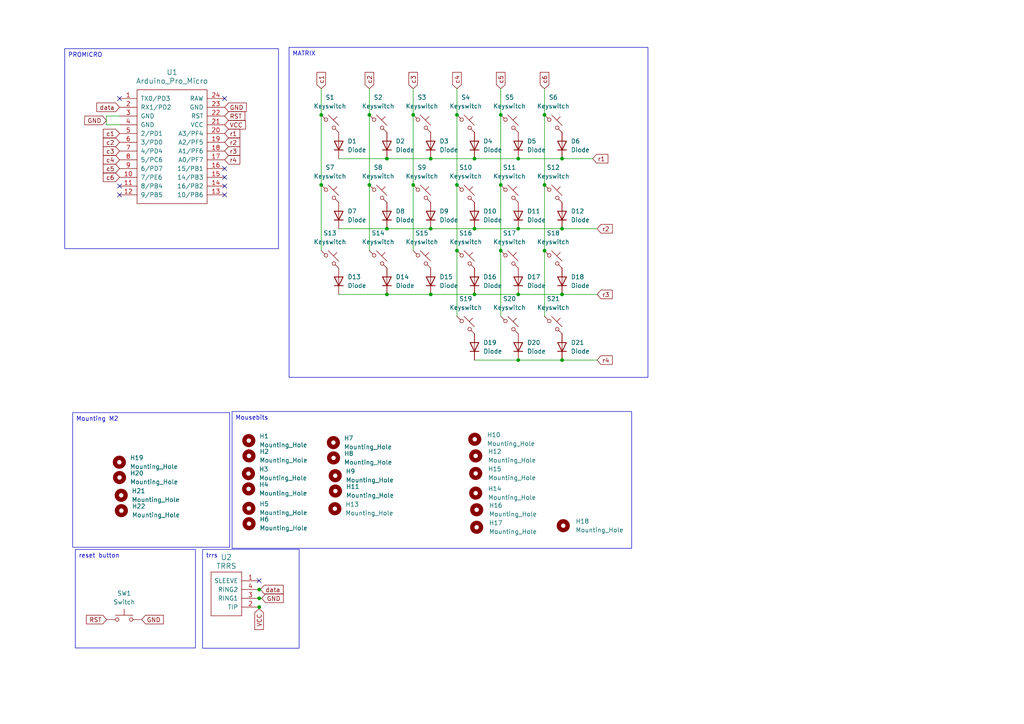
<source format=kicad_sch>
(kicad_sch (version 20230121) (generator eeschema)
  (paper "A4")
  (lib_symbols
    (symbol "ScottoKeebs:MCU_Arduino_Pro_Micro" (pin_names (offset 1.016))
      (property "Reference" "U" (at 0 0 0))
      (property "Value" "Arduino_Pro_Micro" (at 0 -19.05 0))
      (symbol "MCU_Arduino_Pro_Micro_0_1"
        (rectangle (start -10.16 16.51) (end 10.16 -16.51))
      )
      (symbol "MCU_Arduino_Pro_Micro_1_1"
        (pin input line (at -15.24 13.97 0) (length 5.08) (name "TX0/PD3") (number "1"))
        (pin input line (at -15.24 -8.89 0) (length 5.08) (name "7/PE6") (number "10"))
        (pin input line (at -15.24 -11.43 0) (length 5.08) (name "8/PB4") (number "11"))
        (pin input line (at -15.24 -13.97 0) (length 5.08) (name "9/PB5") (number "12"))
        (pin input line (at 15.24 -13.97 180) (length 5.08) (name "10/PB6") (number "13"))
        (pin input line (at 15.24 -11.43 180) (length 5.08) (name "16/PB2") (number "14"))
        (pin input line (at 15.24 -8.89 180) (length 5.08) (name "14/PB3") (number "15"))
        (pin input line (at 15.24 -6.35 180) (length 5.08) (name "15/PB1") (number "16"))
        (pin input line (at 15.24 -3.81 180) (length 5.08) (name "A0/PF7") (number "17"))
        (pin input line (at 15.24 -1.27 180) (length 5.08) (name "A1/PF6") (number "18"))
        (pin input line (at 15.24 1.27 180) (length 5.08) (name "A2/PF5") (number "19"))
        (pin input line (at -15.24 11.43 0) (length 5.08) (name "RX1/PD2") (number "2"))
        (pin input line (at 15.24 3.81 180) (length 5.08) (name "A3/PF4") (number "20"))
        (pin input line (at 15.24 6.35 180) (length 5.08) (name "VCC") (number "21"))
        (pin input line (at 15.24 8.89 180) (length 5.08) (name "RST") (number "22"))
        (pin input line (at 15.24 11.43 180) (length 5.08) (name "GND") (number "23"))
        (pin input line (at 15.24 13.97 180) (length 5.08) (name "RAW") (number "24"))
        (pin input line (at -15.24 8.89 0) (length 5.08) (name "GND") (number "3"))
        (pin input line (at -15.24 6.35 0) (length 5.08) (name "GND") (number "4"))
        (pin input line (at -15.24 3.81 0) (length 5.08) (name "2/PD1") (number "5"))
        (pin input line (at -15.24 1.27 0) (length 5.08) (name "3/PD0") (number "6"))
        (pin input line (at -15.24 -1.27 0) (length 5.08) (name "4/PD4") (number "7"))
        (pin input line (at -15.24 -3.81 0) (length 5.08) (name "5/PC6") (number "8"))
        (pin input line (at -15.24 -6.35 0) (length 5.08) (name "6/PD7") (number "9"))
      )
    )
    (symbol "ScottoKeebs:Placeholder_Diode" (pin_numbers hide) (pin_names hide)
      (property "Reference" "D" (at 0 2.54 0))
      (property "Value" "Diode" (at 0 -2.54 0))
      (symbol "Placeholder_Diode_0_1"
        (polyline (pts (xy -1.27 1.27) (xy -1.27 -1.27)) (stroke (width 0.254)))
        (polyline (pts (xy 1.27 0) (xy -1.27 0)))
        (polyline (pts (xy 1.27 1.27) (xy 1.27 -1.27) (xy -1.27 0) (xy 1.27 1.27)) (stroke (width 0.254)))
      )
      (symbol "Placeholder_Diode_1_1"
        (pin passive line (at -3.81 0 0) (length 2.54) (name "K") (number "1"))
        (pin passive line (at 3.81 0 180) (length 2.54) (name "A") (number "2"))
      )
    )
    (symbol "ScottoKeebs:Placeholder_Keyswitch" (pin_numbers hide) (pin_names (offset 1.016) hide)
      (property "Reference" "S" (at 3.048 1.016 0))
      (property "Value" "Keyswitch" (at 0 -3.81 0))
      (symbol "Placeholder_Keyswitch_0_1"
        (circle (center -1.1684 1.1684) (radius 0.508))
        (polyline (pts (xy -0.508 2.54) (xy 2.54 -0.508)))
        (polyline (pts (xy 1.016 1.016) (xy 2.032 2.032)))
        (polyline (pts (xy -2.54 2.54) (xy -1.524 1.524) (xy -1.524 1.524)))
        (polyline (pts (xy 1.524 -1.524) (xy 2.54 -2.54) (xy 2.54 -2.54) (xy 2.54 -2.54)))
        (circle (center 1.143 -1.1938) (radius 0.508))
        (pin passive line (at -2.54 2.54 0) (length 0) (name "1") (number "1"))
        (pin passive line (at 2.54 -2.54 180) (length 0) (name "2") (number "2"))
      )
    )
    (symbol "ScottoKeebs:Placeholder_Mounting_Hole" (pin_names (offset 1.016))
      (property "Reference" "H" (at 0 5.08 0))
      (property "Value" "Mounting_Hole" (at 0 3.175 0))
      (symbol "Placeholder_Mounting_Hole_0_1"
        (circle (center 0 0) (radius 1.27) (stroke (width 1.27)))
      )
    )
    (symbol "ScottoKeebs:Placeholder_Switch" (pin_numbers hide) (pin_names (offset 1.016) hide)
      (property "Reference" "SW" (at 1.27 2.54 0))
      (property "Value" "Switch" (at 0 -1.524 0))
      (symbol "Placeholder_Switch_0_1"
        (circle (center -2.032 0) (radius 0.508))
        (polyline (pts (xy 0 1.27) (xy 0 3.048)))
        (polyline (pts (xy 2.54 1.27) (xy -2.54 1.27)))
        (circle (center 2.032 0) (radius 0.508))
        (pin passive line (at -5.08 0 0) (length 2.54) (name "1") (number "1"))
        (pin passive line (at 5.08 0 180) (length 2.54) (name "2") (number "2"))
      )
    )
    (symbol "ScottoKeebs:Placeholder_TRRS" (pin_names (offset 1.016))
      (property "Reference" "U" (at 0 15.24 0))
      (property "Value" "TRRS" (at 0 -2.54 0))
      (symbol "Placeholder_TRRS_0_1"
        (rectangle (start -3.81 0) (end -3.81 12.7))
        (rectangle (start -3.81 0) (end 5.08 0))
        (rectangle (start -3.81 12.7) (end 5.08 12.7))
        (rectangle (start 5.08 12.7) (end 5.08 0))
      )
      (symbol "Placeholder_TRRS_1_1"
        (pin input line (at -8.89 2.54 0) (length 5.08) (name "SLEEVE") (number "1"))
        (pin input line (at -8.89 10.16 0) (length 5.08) (name "TIP") (number "2"))
        (pin input line (at -8.89 7.62 0) (length 5.08) (name "RING1") (number "3"))
        (pin input line (at -8.89 5.08 0) (length 5.08) (name "RING2") (number "4"))
      )
    )
  )
  (junction (at 132.5372 33.3248))
  (junction (at 107.1372 33.3248))
  (junction (at 163.0172 104.4448))
  (junction (at 137.6172 66.3448))
  (junction (at 112.2172 85.3948))
  (junction (at 145.2372 53.6448))
  (junction (at 145.2372 33.3248))
  (junction (at 119.8372 53.6448))
  (junction (at 150.3172 66.3448))
  (junction (at 150.3172 46.0248))
  (junction (at 157.9372 72.6948))
  (junction (at 107.1372 53.6448))
  (junction (at 163.0172 66.3448))
  (junction (at 137.6172 85.3948))
  (junction (at 145.2372 72.6948))
  (junction (at 157.9372 33.3248))
  (junction (at 75.184 176.0728))
  (junction (at 119.8372 33.3248))
  (junction (at 132.5372 53.6448))
  (junction (at 137.6172 46.0248))
  (junction (at 163.0172 85.3948))
  (junction (at 163.0172 46.0248))
  (junction (at 124.9172 46.0248))
  (junction (at 112.2172 46.0248))
  (junction (at 150.3172 85.3948))
  (junction (at 75.184 170.9928))
  (junction (at 157.9372 53.6448))
  (junction (at 93.1672 33.3248))
  (junction (at 150.3172 104.4448))
  (junction (at 132.5372 72.6948))
  (junction (at 124.9172 85.3948))
  (junction (at 124.9172 66.3448))
  (junction (at 75.184 173.5328))
  (junction (at 112.2172 66.3448))
  (junction (at 93.1672 53.6448))
  (no_connect (at 65.151 51.435))
  (no_connect (at 65.151 56.515))
  (no_connect (at 75.1586 168.4274))
  (no_connect (at 65.151 28.575))
  (no_connect (at 34.671 28.575))
  (no_connect (at 34.671 56.515))
  (no_connect (at 65.151 53.975))
  (no_connect (at 34.671 53.975))
  (no_connect (at 65.151 48.895))
  (wire (pts (xy 163.0172 66.3448) (xy 173.1772 66.3448)))
  (wire (pts (xy 145.2372 72.6948) (xy 145.2372 91.7448)))
  (wire (pts (xy 112.2172 46.0248) (xy 124.9172 46.0248)))
  (wire (pts (xy 107.1372 25.7048) (xy 107.1372 33.3248)))
  (wire (pts (xy 75.184 170.9928) (xy 75.565 170.9928)))
  (wire (pts (xy 75.184 176.0728) (xy 75.184 176.5554)))
  (wire (pts (xy 75.1332 173.5328) (xy 75.184 173.5328)))
  (wire (pts (xy 98.2472 66.3448) (xy 112.2172 66.3448)))
  (wire (pts (xy 93.1672 25.7048) (xy 93.1672 33.3248)))
  (wire (pts (xy 132.5372 72.6948) (xy 132.5372 91.7448)))
  (wire (pts (xy 30.861 33.655) (xy 30.861 36.195)))
  (wire (pts (xy 75.184 176.0474) (xy 75.184 176.0728)))
  (wire (pts (xy 132.5372 53.6448) (xy 132.5372 72.6948)))
  (wire (pts (xy 145.2372 53.6448) (xy 145.2372 72.6948)))
  (wire (pts (xy 98.2472 85.3948) (xy 112.2172 85.3948)))
  (wire (pts (xy 119.8372 25.7048) (xy 119.8372 33.3248)))
  (wire (pts (xy 157.9372 25.7048) (xy 157.9372 33.3248)))
  (wire (pts (xy 137.6172 46.0248) (xy 150.3172 46.0248)))
  (wire (pts (xy 124.9172 66.3448) (xy 137.6172 66.3448)))
  (wire (pts (xy 150.3172 46.0248) (xy 163.0172 46.0248)))
  (wire (pts (xy 150.3172 104.4448) (xy 163.0172 104.4448)))
  (wire (pts (xy 132.5372 25.7048) (xy 132.5372 33.3248)))
  (wire (pts (xy 157.9372 53.6448) (xy 157.9372 72.6948)))
  (wire (pts (xy 124.9172 46.0248) (xy 137.6172 46.0248)))
  (wire (pts (xy 75.184 176.5554) (xy 75.1586 176.5554)))
  (wire (pts (xy 75.1586 170.9928) (xy 75.184 170.9928)))
  (wire (pts (xy 75.565 170.9928) (xy 75.565 170.9674)))
  (wire (pts (xy 34.671 33.655) (xy 30.861 33.655)))
  (wire (pts (xy 145.2372 25.7048) (xy 145.2372 33.3248)))
  (wire (pts (xy 107.1372 53.6448) (xy 107.1372 72.6948)))
  (wire (pts (xy 132.5372 33.3248) (xy 132.5372 53.6448)))
  (wire (pts (xy 34.671 36.195) (xy 30.861 36.195)))
  (wire (pts (xy 124.9172 85.3948) (xy 137.6172 85.3948)))
  (wire (pts (xy 137.6172 85.3948) (xy 150.3172 85.3948)))
  (wire (pts (xy 75.5396 170.9674) (xy 75.565 170.9674)))
  (wire (pts (xy 163.0172 46.0248) (xy 171.9072 46.0248)))
  (wire (pts (xy 112.2172 66.3448) (xy 124.9172 66.3448)))
  (wire (pts (xy 93.1672 33.3248) (xy 93.1672 53.6448)))
  (wire (pts (xy 75.184 173.5328) (xy 75.8952 173.5328)))
  (wire (pts (xy 150.3172 66.3448) (xy 163.0172 66.3448)))
  (wire (pts (xy 98.2472 46.0248) (xy 112.2172 46.0248)))
  (wire (pts (xy 93.1672 53.6448) (xy 93.1672 72.6948)))
  (wire (pts (xy 163.0172 104.4448) (xy 173.1772 104.4448)))
  (wire (pts (xy 119.8372 53.6448) (xy 119.8372 72.6948)))
  (wire (pts (xy 157.9372 72.6948) (xy 157.9372 91.7448)))
  (wire (pts (xy 157.9372 33.3248) (xy 157.9372 53.6448)))
  (wire (pts (xy 107.1372 33.3248) (xy 107.1372 53.6448)))
  (wire (pts (xy 163.0172 85.3948) (xy 173.1772 85.3948)))
  (wire (pts (xy 137.6172 104.4448) (xy 150.3172 104.4448)))
  (wire (pts (xy 119.8372 33.3248) (xy 119.8372 53.6448)))
  (wire (pts (xy 137.6172 66.3448) (xy 150.3172 66.3448)))
  (wire (pts (xy 112.2172 85.3948) (xy 124.9172 85.3948)))
  (wire (pts (xy 150.3172 85.3948) (xy 163.0172 85.3948)))
  (wire (pts (xy 145.2372 33.3248) (xy 145.2372 53.6448)))
  (text_box "trrs\n" (at 58.7502 159.3342 0) (size 28.0162 28.6766) (effects (font (size 1.27 1.27)) (justify left top)))
  (text_box "PROMICRO\n" (at 18.7706 14.1224 0) (size 62.0014 57.9882) (effects (font (size 1.27 1.27)) (justify left top)))
  (text_box "Mousebits\n" (at 67.31 119.3546 0) (size 115.9002 39.6748) (effects (font (size 1.27 1.27)) (justify left top)))
  (text_box "reset button\n" (at 21.844 159.3596 0) (size 34.8488 28.575) (effects (font (size 1.27 1.27)) (justify left top)))
  (text_box "MATRIX\n" (at 83.8454 13.7414 0) (size 104.0892 95.7072) (effects (font (size 1.27 1.27)) (justify left top)))
  (text_box "Mounting M2\n" (at 21.082 119.6848 0) (size 45.5422 39.0398) (effects (font (size 1.27 1.27)) (justify left top)))
  (global_label "VCC" (shape input) (at 75.1586 176.5554 270) (property "Intersheetrefs" "${INTERSHEET_REFS}" (effects hide)))
  (global_label "r2" (shape input) (at 65.151 41.275 0) (property "Intersheetrefs" "${INTERSHEET_REFS}" (effects hide)))
  (global_label "RST" (shape input) (at 30.9372 179.705 180) (property "Intersheetrefs" "${INTERSHEET_REFS}" (effects hide)))
  (global_label "r1" (shape input) (at 171.9072 46.0248 0) (property "Intersheetrefs" "${INTERSHEET_REFS}" (effects hide)))
  (global_label "c6" (shape input) (at 157.9372 25.7048 90) (property "Intersheetrefs" "${INTERSHEET_REFS}" (effects hide)))
  (global_label "RST" (shape input) (at 65.151 33.655 0) (property "Intersheetrefs" "${INTERSHEET_REFS}" (effects hide)))
  (global_label "c1" (shape input) (at 93.1672 25.7048 90) (property "Intersheetrefs" "${INTERSHEET_REFS}" (effects hide)))
  (global_label "r4" (shape input) (at 173.1772 104.4448 0) (property "Intersheetrefs" "${INTERSHEET_REFS}" (effects hide)))
  (global_label "data" (shape input) (at 75.5396 170.9928 0) (property "Intersheetrefs" "${INTERSHEET_REFS}" (effects hide)))
  (global_label "GND" (shape input) (at 30.861 34.925 180) (property "Intersheetrefs" "${INTERSHEET_REFS}" (effects hide)))
  (global_label "c6" (shape input) (at 34.671 51.435 180) (property "Intersheetrefs" "${INTERSHEET_REFS}" (effects hide)))
  (global_label "c4" (shape input) (at 34.671 46.355 180) (property "Intersheetrefs" "${INTERSHEET_REFS}" (effects hide)))
  (global_label "r4" (shape input) (at 65.151 46.355 0) (property "Intersheetrefs" "${INTERSHEET_REFS}" (effects hide)))
  (global_label "r3" (shape input) (at 65.151 43.815 0) (property "Intersheetrefs" "${INTERSHEET_REFS}" (effects hide)))
  (global_label "VCC" (shape input) (at 65.151 36.195 0) (property "Intersheetrefs" "${INTERSHEET_REFS}" (effects hide)))
  (global_label "GND" (shape input) (at 41.0972 179.705 0) (property "Intersheetrefs" "${INTERSHEET_REFS}" (effects hide)))
  (global_label "r2" (shape input) (at 173.1772 66.3448 0) (property "Intersheetrefs" "${INTERSHEET_REFS}" (effects hide)))
  (global_label "c3" (shape input) (at 119.8372 25.7048 90) (property "Intersheetrefs" "${INTERSHEET_REFS}" (effects hide)))
  (global_label "c2" (shape input) (at 34.671 41.275 180) (property "Intersheetrefs" "${INTERSHEET_REFS}" (effects hide)))
  (global_label "c3" (shape input) (at 34.671 43.815 180) (property "Intersheetrefs" "${INTERSHEET_REFS}" (effects hide)))
  (global_label "c5" (shape input) (at 34.671 48.895 180) (property "Intersheetrefs" "${INTERSHEET_REFS}" (effects hide)))
  (global_label "r1" (shape input) (at 65.151 38.735 0) (property "Intersheetrefs" "${INTERSHEET_REFS}" (effects hide)))
  (global_label "r3" (shape input) (at 173.1772 85.3948 0) (property "Intersheetrefs" "${INTERSHEET_REFS}" (effects hide)))
  (global_label "GND" (shape input) (at 75.8952 173.5328 0) (property "Intersheetrefs" "${INTERSHEET_REFS}" (effects hide)))
  (global_label "c5" (shape input) (at 145.2372 25.7048 90) (property "Intersheetrefs" "${INTERSHEET_REFS}" (effects hide)))
  (global_label "c2" (shape input) (at 107.1372 25.7048 90) (property "Intersheetrefs" "${INTERSHEET_REFS}" (effects hide)))
  (global_label "c4" (shape input) (at 132.5372 25.7048 90) (property "Intersheetrefs" "${INTERSHEET_REFS}" (effects hide)))
  (global_label "c1" (shape input) (at 34.671 38.735 180) (property "Intersheetrefs" "${INTERSHEET_REFS}" (effects hide)))
  (global_label "data" (shape input) (at 34.671 31.115 180) (property "Intersheetrefs" "${INTERSHEET_REFS}" (effects hide)))
  (global_label "GND" (shape input) (at 65.151 31.115 0) (property "Intersheetrefs" "${INTERSHEET_REFS}" (effects hide)))
  (symbol (lib_id "ScottoKeebs:Placeholder_Diode") (at 163.0172 81.5848 90) (unit 1)
    (property "Reference" "D18" (at 165.5572 80.3148 90) (effects (justify right)))
    (property "Value" "Diode" (at 165.5572 82.8548 90) (effects (justify right)))
    (property "Footprint" "swoop:D3_SMD" (effects hide))
    (property "Sim.Device" "D" (effects hide))
    (property "Sim.Pins" "1=K 2=A" (effects hide))
  )
  (symbol (lib_id "ScottoKeebs:Placeholder_Keyswitch") (at 109.6772 56.1848 0) (unit 1)
    (property "Reference" "S8" (at 109.6772 48.5648 0))
    (property "Value" "Keyswitch" (at 109.6772 51.1048 0))
    (property "Footprint" "haf:Choc" (effects hide))
  )
  (symbol (lib_id "ScottoKeebs:Placeholder_Diode") (at 112.2172 62.5348 90) (unit 1)
    (property "Reference" "D8" (at 114.7572 61.2648 90) (effects (justify right)))
    (property "Value" "Diode" (at 114.7572 63.8048 90) (effects (justify right)))
    (property "Footprint" "swoop:D3_SMD" (effects hide))
    (property "Sim.Device" "D" (effects hide))
    (property "Sim.Pins" "1=K 2=A" (effects hide))
  )
  (symbol (lib_id "ScottoKeebs:Placeholder_Keyswitch") (at 109.6772 75.2348 0) (unit 1)
    (property "Reference" "S14" (at 109.6772 67.6148 0))
    (property "Value" "Keyswitch" (at 109.6772 70.1548 0))
    (property "Footprint" "haf:Choc" (effects hide))
  )
  (symbol (lib_id "ScottoKeebs:Placeholder_Keyswitch") (at 122.3772 75.2348 0) (unit 1)
    (property "Reference" "S15" (at 122.3772 67.6148 0))
    (property "Value" "Keyswitch" (at 122.3772 70.1548 0))
    (property "Footprint" "haf:Choc" (effects hide))
  )
  (symbol (lib_id "ScottoKeebs:Placeholder_Diode") (at 150.3172 42.2148 90) (unit 1)
    (property "Reference" "D5" (at 152.8572 40.9448 90) (effects (justify right)))
    (property "Value" "Diode" (at 152.8572 43.4848 90) (effects (justify right)))
    (property "Footprint" "swoop:D3_SMD" (effects hide))
    (property "Sim.Device" "D" (effects hide))
    (property "Sim.Pins" "1=K 2=A" (effects hide))
  )
  (symbol (lib_id "ScottoKeebs:Placeholder_Keyswitch") (at 109.6772 35.8648 0) (unit 1)
    (property "Reference" "S2" (at 109.6772 28.2448 0))
    (property "Value" "Keyswitch" (at 109.6772 30.7848 0))
    (property "Footprint" "haf:Choc" (effects hide))
  )
  (symbol (lib_id "ScottoKeebs:Placeholder_Diode") (at 124.9172 42.2148 90) (unit 1)
    (property "Reference" "D3" (at 127.4572 40.9448 90) (effects (justify right)))
    (property "Value" "Diode" (at 127.4572 43.4848 90) (effects (justify right)))
    (property "Footprint" "swoop:D3_SMD" (effects hide))
    (property "Sim.Device" "D" (effects hide))
    (property "Sim.Pins" "1=K 2=A" (effects hide))
  )
  (symbol (lib_id "ScottoKeebs:Placeholder_Diode") (at 137.6172 100.6348 90) (unit 1)
    (property "Reference" "D19" (at 140.1572 99.3648 90) (effects (justify right)))
    (property "Value" "Diode" (at 140.1572 101.9048 90) (effects (justify right)))
    (property "Footprint" "swoop:D3_SMD" (effects hide))
    (property "Sim.Device" "D" (effects hide))
    (property "Sim.Pins" "1=K 2=A" (effects hide))
  )
  (symbol (lib_id "ScottoKeebs:MCU_Arduino_Pro_Micro") (at 49.911 42.545 0) (unit 1)
    (property "Reference" "U1" (at 49.911 20.955 0) (effects (font (size 1.524 1.524))))
    (property "Value" "Arduino_Pro_Micro" (at 49.911 23.495 0) (effects (font (size 1.524 1.524))))
    (property "Footprint" "lily:ProMicro_rev2" (effects hide))
  )
  (symbol (lib_id "ScottoKeebs:Placeholder_Mounting_Hole") (at 34.671 138.5062 0) (unit 1)
    (property "Reference" "H20" (at 37.719 137.2362 0) (effects (justify left)))
    (property "Value" "Mounting_Hole" (at 37.719 139.7762 0) (effects (justify left)))
    (property "Footprint" "kbd:M2_HOLE_v3" (effects hide))
  )
  (symbol (lib_id "ScottoKeebs:Placeholder_Mounting_Hole") (at 72.0598 137.3632 0) (unit 1)
    (property "Reference" "H3" (at 75.1078 136.0932 0) (effects (justify left)))
    (property "Value" "Mounting_Hole" (at 75.1078 138.6332 0) (effects (justify left)))
    (property "Footprint" "Keebio-Parts:breakaway-hole" (effects hide))
  )
  (symbol (lib_id "ScottoKeebs:Placeholder_Diode") (at 98.2472 81.5848 90) (unit 1)
    (property "Reference" "D13" (at 100.7872 80.3148 90) (effects (justify right)))
    (property "Value" "Diode" (at 100.7872 82.8548 90) (effects (justify right)))
    (property "Footprint" "swoop:D3_SMD" (effects hide))
    (property "Sim.Device" "D" (effects hide))
    (property "Sim.Pins" "1=K 2=A" (effects hide))
  )
  (symbol (lib_id "ScottoKeebs:Placeholder_Mounting_Hole") (at 34.6202 134.0612 0) (unit 1)
    (property "Reference" "H19" (at 37.6682 132.7912 0) (effects (justify left)))
    (property "Value" "Mounting_Hole" (at 37.6682 135.3312 0) (effects (justify left)))
    (property "Footprint" "kbd:M2_HOLE_v3" (effects hide))
  )
  (symbol (lib_id "ScottoKeebs:Placeholder_Keyswitch") (at 122.3772 35.8648 0) (unit 1)
    (property "Reference" "S3" (at 122.3772 28.2448 0))
    (property "Value" "Keyswitch" (at 122.3772 30.7848 0))
    (property "Footprint" "haf:Choc" (effects hide))
  )
  (symbol (lib_id "ScottoKeebs:Placeholder_Keyswitch") (at 147.7772 35.8648 0) (unit 1)
    (property "Reference" "S5" (at 147.7772 28.2448 0))
    (property "Value" "Keyswitch" (at 147.7772 30.7848 0))
    (property "Footprint" "haf:Choc" (effects hide))
  )
  (symbol (lib_id "ScottoKeebs:Placeholder_TRRS") (at 66.294 165.9128 180) (unit 1)
    (property "Reference" "U2" (at 65.659 161.6456 0) (effects (font (size 1.524 1.524))))
    (property "Value" "TRRS" (at 65.659 164.1856 0) (effects (font (size 1.524 1.524))))
    (property "Footprint" "haf:TRRS-PJ-320A-dual" (effects hide))
  )
  (symbol (lib_id "ScottoKeebs:Placeholder_Keyswitch") (at 95.7072 75.2348 0) (unit 1)
    (property "Reference" "S13" (at 95.7072 67.6148 0))
    (property "Value" "Keyswitch" (at 95.7072 70.1548 0))
    (property "Footprint" "haf:Choc" (effects hide))
  )
  (symbol (lib_id "ScottoKeebs:Placeholder_Switch") (at 36.0172 179.705 0) (unit 1)
    (property "Reference" "SW1" (at 36.0172 172.085 0))
    (property "Value" "Switch" (at 36.0172 174.625 0))
    (property "Footprint" "lily:TACT_SWITCH_TVBP06" (effects hide))
  )
  (symbol (lib_id "ScottoKeebs:Placeholder_Mounting_Hole") (at 138.2522 147.8534 0) (unit 1)
    (property "Reference" "H16" (at 141.8082 146.5834 0) (effects (justify left)))
    (property "Value" "Mounting_Hole" (at 141.8082 149.1234 0) (effects (justify left)))
    (property "Footprint" "Keebio-Parts:breakaway-hole" (effects hide))
  )
  (symbol (lib_id "ScottoKeebs:Placeholder_Mounting_Hole") (at 97.282 142.4178 0) (unit 1)
    (property "Reference" "H11" (at 100.33 141.1478 0) (effects (justify left)))
    (property "Value" "Mounting_Hole" (at 100.33 143.6878 0) (effects (justify left)))
    (property "Footprint" "Keebio-Parts:breakaway-hole" (effects hide))
  )
  (symbol (lib_id "ScottoKeebs:Placeholder_Diode") (at 137.6172 42.2148 90) (unit 1)
    (property "Reference" "D4" (at 140.1572 40.9448 90) (effects (justify right)))
    (property "Value" "Diode" (at 140.1572 43.4848 90) (effects (justify right)))
    (property "Footprint" "swoop:D3_SMD" (effects hide))
    (property "Sim.Device" "D" (effects hide))
    (property "Sim.Pins" "1=K 2=A" (effects hide))
  )
  (symbol (lib_id "ScottoKeebs:Placeholder_Diode") (at 112.2172 81.5848 90) (unit 1)
    (property "Reference" "D14" (at 114.7572 80.3148 90) (effects (justify right)))
    (property "Value" "Diode" (at 114.7572 82.8548 90) (effects (justify right)))
    (property "Footprint" "swoop:D3_SMD" (effects hide))
    (property "Sim.Device" "D" (effects hide))
    (property "Sim.Pins" "1=K 2=A" (effects hide))
  )
  (symbol (lib_id "ScottoKeebs:Placeholder_Mounting_Hole") (at 137.9728 143.0274 0) (unit 1)
    (property "Reference" "H14" (at 141.5288 141.7574 0) (effects (justify left)))
    (property "Value" "Mounting_Hole" (at 141.5288 144.2974 0) (effects (justify left)))
    (property "Footprint" "Keebio-Parts:breakaway-hole" (effects hide))
  )
  (symbol (lib_id "ScottoKeebs:Placeholder_Mounting_Hole") (at 137.9728 137.3124 0) (unit 1)
    (property "Reference" "H15" (at 141.5288 136.0424 0) (effects (justify left)))
    (property "Value" "Mounting_Hole" (at 141.5288 138.5824 0) (effects (justify left)))
    (property "Footprint" "Keebio-Parts:breakaway-hole" (effects hide))
  )
  (symbol (lib_id "ScottoKeebs:Placeholder_Keyswitch") (at 160.4772 56.1848 0) (unit 1)
    (property "Reference" "S12" (at 160.4772 48.5648 0))
    (property "Value" "Keyswitch" (at 160.4772 51.1048 0))
    (property "Footprint" "haf:Choc" (effects hide))
  )
  (symbol (lib_id "ScottoKeebs:Placeholder_Mounting_Hole") (at 97.1296 147.5486 0) (unit 1)
    (property "Reference" "H13" (at 100.1776 146.2786 0) (effects (justify left)))
    (property "Value" "Mounting_Hole" (at 100.1776 148.8186 0) (effects (justify left)))
    (property "Footprint" "Keebio-Parts:breakaway-hole" (effects hide))
  )
  (symbol (lib_id "ScottoKeebs:Placeholder_Keyswitch") (at 160.4772 94.2848 0) (unit 1)
    (property "Reference" "S21" (at 160.4772 86.6648 0))
    (property "Value" "Keyswitch" (at 160.4772 89.2048 0))
    (property "Footprint" "haf:Choc" (effects hide))
  )
  (symbol (lib_id "ScottoKeebs:Placeholder_Keyswitch") (at 135.0772 94.2848 0) (unit 1)
    (property "Reference" "S19" (at 135.0772 86.6648 0))
    (property "Value" "Keyswitch" (at 135.0772 89.2048 0))
    (property "Footprint" "haf:Choc" (effects hide))
  )
  (symbol (lib_id "ScottoKeebs:Placeholder_Diode") (at 150.3172 100.6348 90) (unit 1)
    (property "Reference" "D20" (at 152.8572 99.3648 90) (effects (justify right)))
    (property "Value" "Diode" (at 152.8572 101.9048 90) (effects (justify right)))
    (property "Footprint" "swoop:D3_SMD" (effects hide))
    (property "Sim.Device" "D" (effects hide))
    (property "Sim.Pins" "1=K 2=A" (effects hide))
  )
  (symbol (lib_id "ScottoKeebs:Placeholder_Mounting_Hole") (at 137.6934 127.4064 0) (unit 1)
    (property "Reference" "H10" (at 141.2494 126.1364 0) (effects (justify left)))
    (property "Value" "Mounting_Hole" (at 141.2494 128.6764 0) (effects (justify left)))
    (property "Footprint" "Keebio-Parts:breakaway-hole" (effects hide))
  )
  (symbol (lib_id "ScottoKeebs:Placeholder_Mounting_Hole") (at 72.2122 132.2324 0) (unit 1)
    (property "Reference" "H2" (at 75.2602 130.9624 0) (effects (justify left)))
    (property "Value" "Mounting_Hole" (at 75.2602 133.5024 0) (effects (justify left)))
    (property "Footprint" "Keebio-Parts:breakaway-hole" (effects hide))
  )
  (symbol (lib_id "ScottoKeebs:Placeholder_Diode") (at 112.2172 42.2148 90) (unit 1)
    (property "Reference" "D2" (at 114.7572 40.9448 90) (effects (justify right)))
    (property "Value" "Diode" (at 114.7572 43.4848 90) (effects (justify right)))
    (property "Footprint" "swoop:D3_SMD" (effects hide))
    (property "Sim.Device" "D" (effects hide))
    (property "Sim.Pins" "1=K 2=A" (effects hide))
  )
  (symbol (lib_id "ScottoKeebs:Placeholder_Keyswitch") (at 160.4772 75.2348 0) (unit 1)
    (property "Reference" "S18" (at 160.4772 67.6148 0))
    (property "Value" "Keyswitch" (at 160.4772 70.1548 0))
    (property "Footprint" "haf:Choc" (effects hide))
  )
  (symbol (lib_id "ScottoKeebs:Placeholder_Mounting_Hole") (at 163.3728 152.4762 0) (unit 1)
    (property "Reference" "H18" (at 166.9288 151.2062 0) (effects (justify left)))
    (property "Value" "Mounting_Hole" (at 166.9288 153.7462 0) (effects (justify left)))
    (property "Footprint" "Keebio-Parts:breakaway-hole" (effects hide))
  )
  (symbol (lib_id "ScottoKeebs:Placeholder_Keyswitch") (at 135.0772 56.1848 0) (unit 1)
    (property "Reference" "S10" (at 135.0772 48.5648 0))
    (property "Value" "Keyswitch" (at 135.0772 51.1048 0))
    (property "Footprint" "haf:Choc" (effects hide))
  )
  (symbol (lib_id "ScottoKeebs:Placeholder_Keyswitch") (at 160.4772 35.8648 0) (unit 1)
    (property "Reference" "S6" (at 160.4772 28.2448 0))
    (property "Value" "Keyswitch" (at 160.4772 30.7848 0))
    (property "Footprint" "haf:Choc" (effects hide))
  )
  (symbol (lib_id "ScottoKeebs:Placeholder_Mounting_Hole") (at 35.2044 148.1074 0) (unit 1)
    (property "Reference" "H22" (at 38.2524 146.8374 0) (effects (justify left)))
    (property "Value" "Mounting_Hole" (at 38.2524 149.3774 0) (effects (justify left)))
    (property "Footprint" "kbd:M2_HOLE_v3" (effects hide))
  )
  (symbol (lib_id "ScottoKeebs:Placeholder_Diode") (at 150.3172 81.5848 90) (unit 1)
    (property "Reference" "D17" (at 152.8572 80.3148 90) (effects (justify right)))
    (property "Value" "Diode" (at 152.8572 82.8548 90) (effects (justify right)))
    (property "Footprint" "swoop:D3_SMD" (effects hide))
    (property "Sim.Device" "D" (effects hide))
    (property "Sim.Pins" "1=K 2=A" (effects hide))
  )
  (symbol (lib_id "ScottoKeebs:Placeholder_Mounting_Hole") (at 35.1536 143.6624 0) (unit 1)
    (property "Reference" "H21" (at 38.2016 142.3924 0) (effects (justify left)))
    (property "Value" "Mounting_Hole" (at 38.2016 144.9324 0) (effects (justify left)))
    (property "Footprint" "kbd:M2_HOLE_v3" (effects hide))
  )
  (symbol (lib_id "ScottoKeebs:Placeholder_Mounting_Hole") (at 138.2522 152.9334 0) (unit 1)
    (property "Reference" "H17" (at 141.8082 151.6634 0) (effects (justify left)))
    (property "Value" "Mounting_Hole" (at 141.8082 154.2034 0) (effects (justify left)))
    (property "Footprint" "Keebio-Parts:breakaway-hole" (effects hide))
  )
  (symbol (lib_id "ScottoKeebs:Placeholder_Keyswitch") (at 147.7772 94.2848 0) (unit 1)
    (property "Reference" "S20" (at 147.7772 86.6648 0))
    (property "Value" "Keyswitch" (at 147.7772 89.2048 0))
    (property "Footprint" "haf:Choc" (effects hide))
  )
  (symbol (lib_id "ScottoKeebs:Placeholder_Diode") (at 98.2472 42.2148 90) (unit 1)
    (property "Reference" "D1" (at 100.7872 40.9448 90) (effects (justify right)))
    (property "Value" "Diode" (at 100.7872 43.4848 90) (effects (justify right)))
    (property "Footprint" "swoop:D3_SMD" (effects hide))
    (property "Sim.Device" "D" (effects hide))
    (property "Sim.Pins" "1=K 2=A" (effects hide))
  )
  (symbol (lib_id "ScottoKeebs:Placeholder_Mounting_Hole") (at 72.1106 141.8082 0) (unit 1)
    (property "Reference" "H4" (at 75.1586 140.5382 0) (effects (justify left)))
    (property "Value" "Mounting_Hole" (at 75.1586 143.0782 0) (effects (justify left)))
    (property "Footprint" "Keebio-Parts:breakaway-hole" (effects hide))
  )
  (symbol (lib_id "ScottoKeebs:Placeholder_Diode") (at 137.6172 62.5348 90) (unit 1)
    (property "Reference" "D10" (at 140.1572 61.2648 90) (effects (justify right)))
    (property "Value" "Diode" (at 140.1572 63.8048 90) (effects (justify right)))
    (property "Footprint" "swoop:D3_SMD" (effects hide))
    (property "Sim.Device" "D" (effects hide))
    (property "Sim.Pins" "1=K 2=A" (effects hide))
  )
  (symbol (lib_id "ScottoKeebs:Placeholder_Mounting_Hole") (at 96.6978 128.3716 0) (unit 1)
    (property "Reference" "H7" (at 99.7458 127.1016 0) (effects (justify left)))
    (property "Value" "Mounting_Hole" (at 99.7458 129.6416 0) (effects (justify left)))
    (property "Footprint" "Keebio-Parts:breakaway-hole" (effects hide))
  )
  (symbol (lib_id "ScottoKeebs:Placeholder_Diode") (at 163.0172 42.2148 90) (unit 1)
    (property "Reference" "D6" (at 165.5572 40.9448 90) (effects (justify right)))
    (property "Value" "Diode" (at 165.5572 43.4848 90) (effects (justify right)))
    (property "Footprint" "swoop:D3_SMD" (effects hide))
    (property "Sim.Device" "D" (effects hide))
    (property "Sim.Pins" "1=K 2=A" (effects hide))
  )
  (symbol (lib_id "ScottoKeebs:Placeholder_Diode") (at 137.6172 81.5848 90) (unit 1)
    (property "Reference" "D16" (at 140.1572 80.3148 90) (effects (justify right)))
    (property "Value" "Diode" (at 140.1572 82.8548 90) (effects (justify right)))
    (property "Footprint" "swoop:D3_SMD" (effects hide))
    (property "Sim.Device" "D" (effects hide))
    (property "Sim.Pins" "1=K 2=A" (effects hide))
  )
  (symbol (lib_id "ScottoKeebs:Placeholder_Keyswitch") (at 135.0772 75.2348 0) (unit 1)
    (property "Reference" "S16" (at 135.0772 67.6148 0))
    (property "Value" "Keyswitch" (at 135.0772 70.1548 0))
    (property "Footprint" "haf:Choc" (effects hide))
  )
  (symbol (lib_id "ScottoKeebs:Placeholder_Mounting_Hole") (at 97.2312 137.9728 0) (unit 1)
    (property "Reference" "H9" (at 100.2792 136.7028 0) (effects (justify left)))
    (property "Value" "Mounting_Hole" (at 100.2792 139.2428 0) (effects (justify left)))
    (property "Footprint" "Keebio-Parts:breakaway-hole" (effects hide))
  )
  (symbol (lib_id "ScottoKeebs:Placeholder_Keyswitch") (at 147.7772 75.2348 0) (unit 1)
    (property "Reference" "S17" (at 147.7772 67.6148 0))
    (property "Value" "Keyswitch" (at 147.7772 70.1548 0))
    (property "Footprint" "haf:Choc" (effects hide))
  )
  (symbol (lib_id "ScottoKeebs:Placeholder_Mounting_Hole") (at 72.2376 151.892 0) (unit 1)
    (property "Reference" "H6" (at 75.2856 150.622 0) (effects (justify left)))
    (property "Value" "Mounting_Hole" (at 75.2856 153.162 0) (effects (justify left)))
    (property "Footprint" "Keebio-Parts:breakaway-hole" (effects hide))
  )
  (symbol (lib_id "ScottoKeebs:Placeholder_Diode") (at 124.9172 62.5348 90) (unit 1)
    (property "Reference" "D9" (at 127.4572 61.2648 90) (effects (justify right)))
    (property "Value" "Diode" (at 127.4572 63.8048 90) (effects (justify right)))
    (property "Footprint" "swoop:D3_SMD" (effects hide))
    (property "Sim.Device" "D" (effects hide))
    (property "Sim.Pins" "1=K 2=A" (effects hide))
  )
  (symbol (lib_id "ScottoKeebs:Placeholder_Mounting_Hole") (at 96.7486 132.8166 0) (unit 1)
    (property "Reference" "H8" (at 99.7966 131.5466 0) (effects (justify left)))
    (property "Value" "Mounting_Hole" (at 99.7966 134.0866 0) (effects (justify left)))
    (property "Footprint" "Keebio-Parts:breakaway-hole" (effects hide))
  )
  (symbol (lib_id "ScottoKeebs:Placeholder_Mounting_Hole") (at 72.1868 147.447 0) (unit 1)
    (property "Reference" "H5" (at 75.2348 146.177 0) (effects (justify left)))
    (property "Value" "Mounting_Hole" (at 75.2348 148.717 0) (effects (justify left)))
    (property "Footprint" "Keebio-Parts:breakaway-hole" (effects hide))
  )
  (symbol (lib_id "ScottoKeebs:Placeholder_Mounting_Hole") (at 137.9728 132.2324 0) (unit 1)
    (property "Reference" "H12" (at 141.5288 130.9624 0) (effects (justify left)))
    (property "Value" "Mounting_Hole" (at 141.5288 133.5024 0) (effects (justify left)))
    (property "Footprint" "Keebio-Parts:breakaway-hole" (effects hide))
  )
  (symbol (lib_id "ScottoKeebs:Placeholder_Keyswitch") (at 147.7772 56.1848 0) (unit 1)
    (property "Reference" "S11" (at 147.7772 48.5648 0))
    (property "Value" "Keyswitch" (at 147.7772 51.1048 0))
    (property "Footprint" "haf:Choc" (effects hide))
  )
  (symbol (lib_id "ScottoKeebs:Placeholder_Mounting_Hole") (at 72.1614 127.7874 0) (unit 1)
    (property "Reference" "H1" (at 75.2094 126.5174 0) (effects (justify left)))
    (property "Value" "Mounting_Hole" (at 75.2094 129.0574 0) (effects (justify left)))
    (property "Footprint" "Keebio-Parts:breakaway-hole" (effects hide))
  )
  (symbol (lib_id "ScottoKeebs:Placeholder_Keyswitch") (at 95.7072 56.1848 0) (unit 1)
    (property "Reference" "S7" (at 95.7072 48.5648 0))
    (property "Value" "Keyswitch" (at 95.7072 51.1048 0))
    (property "Footprint" "haf:Choc" (effects hide))
  )
  (symbol (lib_id "ScottoKeebs:Placeholder_Diode") (at 163.0172 100.6348 90) (unit 1)
    (property "Reference" "D21" (at 165.5572 99.3648 90) (effects (justify right)))
    (property "Value" "Diode" (at 165.5572 101.9048 90) (effects (justify right)))
    (property "Footprint" "swoop:D3_SMD" (effects hide))
    (property "Sim.Device" "D" (effects hide))
    (property "Sim.Pins" "1=K 2=A" (effects hide))
  )
  (symbol (lib_id "ScottoKeebs:Placeholder_Diode") (at 163.0172 62.5348 90) (unit 1)
    (property "Reference" "D12" (at 165.5572 61.2648 90) (effects (justify right)))
    (property "Value" "Diode" (at 165.5572 63.8048 90) (effects (justify right)))
    (property "Footprint" "swoop:D3_SMD" (effects hide))
    (property "Sim.Device" "D" (effects hide))
    (property "Sim.Pins" "1=K 2=A" (effects hide))
  )
  (symbol (lib_id "ScottoKeebs:Placeholder_Diode") (at 98.2472 62.5348 90) (unit 1)
    (property "Reference" "D7" (at 100.7872 61.2648 90) (effects (justify right)))
    (property "Value" "Diode" (at 100.7872 63.8048 90) (effects (justify right)))
    (property "Footprint" "swoop:D3_SMD" (effects hide))
    (property "Sim.Device" "D" (effects hide))
    (property "Sim.Pins" "1=K 2=A" (effects hide))
  )
  (symbol (lib_id "ScottoKeebs:Placeholder_Keyswitch") (at 95.7072 35.8648 0) (unit 1)
    (property "Reference" "S1" (at 95.7072 28.2448 0))
    (property "Value" "Keyswitch" (at 95.7072 30.7848 0))
    (property "Footprint" "haf:Choc" (effects hide))
  )
  (symbol (lib_id "ScottoKeebs:Placeholder_Diode") (at 124.9172 81.5848 90) (unit 1)
    (property "Reference" "D15" (at 127.4572 80.3148 90) (effects (justify right)))
    (property "Value" "Diode" (at 127.4572 82.8548 90) (effects (justify right)))
    (property "Footprint" "swoop:D3_SMD" (effects hide))
    (property "Sim.Device" "D" (effects hide))
    (property "Sim.Pins" "1=K 2=A" (effects hide))
  )
  (symbol (lib_id "ScottoKeebs:Placeholder_Keyswitch") (at 135.0772 35.8648 0) (unit 1)
    (property "Reference" "S4" (at 135.0772 28.2448 0))
    (property "Value" "Keyswitch" (at 135.0772 30.7848 0))
    (property "Footprint" "haf:Choc" (effects hide))
  )
  (symbol (lib_id "ScottoKeebs:Placeholder_Keyswitch") (at 122.3772 56.1848 0) (unit 1)
    (property "Reference" "S9" (at 122.3772 48.5648 0))
    (property "Value" "Keyswitch" (at 122.3772 51.1048 0))
    (property "Footprint" "haf:Choc" (effects hide))
  )
  (symbol (lib_id "ScottoKeebs:Placeholder_Diode") (at 150.3172 62.5348 90) (unit 1)
    (property "Reference" "D11" (at 152.8572 61.2648 90) (effects (justify right)))
    (property "Value" "Diode" (at 152.8572 63.8048 90) (effects (justify right)))
    (property "Footprint" "swoop:D3_SMD" (effects hide))
    (property "Sim.Device" "D" (effects hide))
    (property "Sim.Pins" "1=K 2=A" (effects hide))
  )
)
</source>
